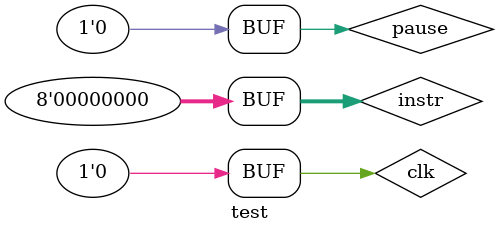
<source format=v>
`include "LEDPrint.v"

module test();
    reg [7:0] instr;
    reg clk;
    reg  pause;
    wire [7:0] out_led;
    wire [7:0] led_id;
    
    CPUPrint led(instr[7], instr[6], instr[5], instr[4], instr[3], instr[2], instr[1], instr[0], clk, pause, led_id, out_led);

    initial begin 
        $dumpfile("num_test.vcd");
        $dumpvars;
        instr = 8'b1000_1111;
        clk = 0;
        pause = 0;

        #100 clk = ~clk; #100 clk = ~clk;
        #100 clk = ~clk; #100 clk = ~clk;
        #100 clk = ~clk; #100 clk = ~clk;
        #100 clk = ~clk; #100 clk = ~clk;
        #100 clk = ~clk; #100 clk = ~clk;
        
        
        instr = 8'b1001_0111;
        pause = 1;
        #100 clk = ~clk; #100 clk = ~clk;
        #100 clk = ~clk; #100 clk = ~clk;
        pause = 0;
        #100 clk = ~clk; #100 clk = ~clk;
        #100 clk = ~clk; #100 clk = ~clk;
        #100 clk = ~clk; #100 clk = ~clk;
        #100 clk = ~clk; #100 clk = ~clk;
        #100 clk = ~clk; #100 clk = ~clk;
        
        instr = 8'b1110_0001;
        
        #100 clk = ~clk; #100 clk = ~clk;
        #100 clk = ~clk; #100 clk = ~clk;
        #100 clk = ~clk; #100 clk = ~clk;
        #100 clk = ~clk; #100 clk = ~clk;
        #100 clk = ~clk; #100 clk = ~clk;
        
        clk = 0;
        instr = 8'b0;

    end

endmodule
</source>
